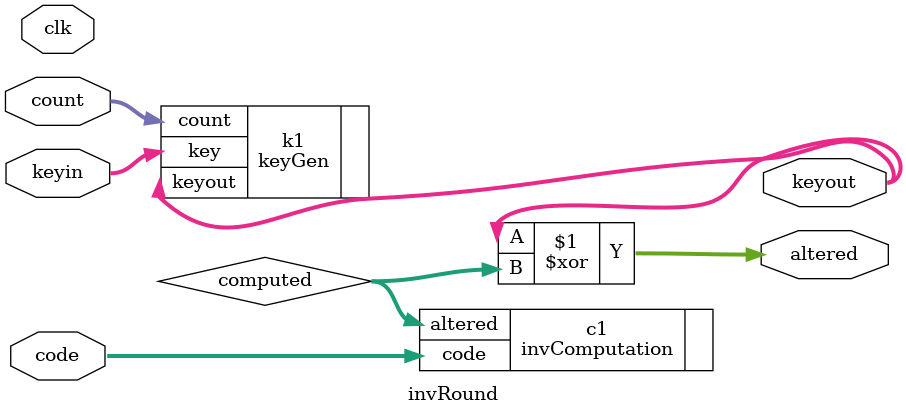
<source format=v>
`timescale 1ns / 1ps


module invRound(
	output[15:0] altered,
	input [15:0] code,
	input [3:0] count,
	input [15:0] keyin,
	output [15:0] keyout,
	input clk
	);
	wire [15:0]computed;
	
	keyGen k1(.count(count),.key(keyin),.keyout(keyout));
	invComputation c1(.code(code),.altered(computed));	

	assign altered= keyout^computed;
	
endmodule

</source>
